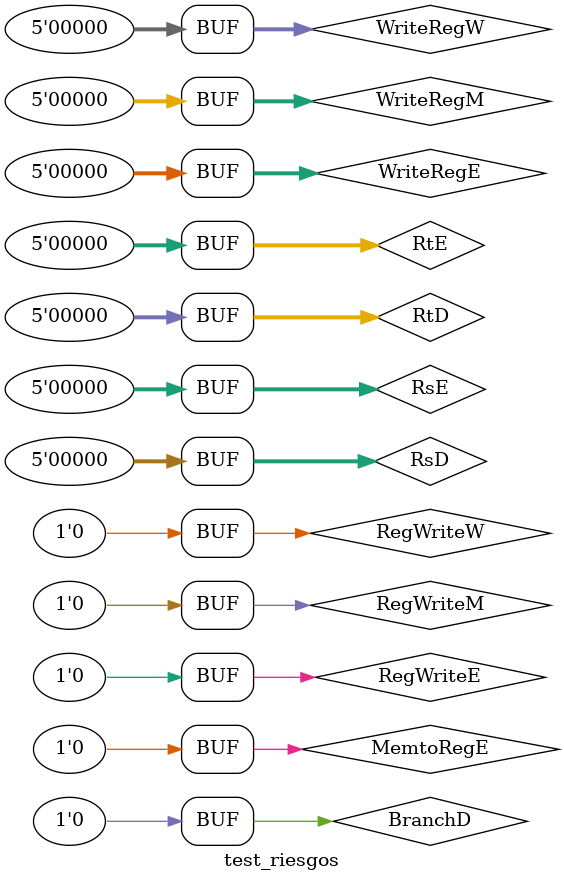
<source format=v>
`timescale 1ns / 1ps


module test_riesgos;

	// Inputs
	reg BranchD;
	reg [4:0] RsD;
	reg [4:0] RtD;
	reg [4:0] RsE;
	reg [4:0] RtE;
	reg [4:0] WriteRegE;
	reg MemtoRegE;
	reg RegWriteE;
	reg [4:0] WriteRegM;
	reg RegWriteM;
	reg [4:0] WriteRegW;
	reg RegWriteW;

	// Outputs
	wire StallF;
	wire StallD;
	wire ForwardAD;
	wire ForwardBD;
	wire FlushE;
	wire [1:0] ForwardAE;
	wire [1:0] ForwardBE;

	// Instantiate the Unit Under Test (UUT)
	unidad_riesgos uut (
		.BranchD(BranchD), 
		.RsD(RsD), 
		.RtD(RtD), 
		.RsE(RsE), 
		.RtE(RtE), 
		.WriteRegE(WriteRegE), 
		.MemtoRegE(MemtoRegE), 
		.RegWriteE(RegWriteE), 
		.WriteRegM(WriteRegM), 
		.RegWriteM(RegWriteM), 
		.WriteRegW(WriteRegW), 
		.RegWriteW(RegWriteW), 
		.StallF(StallF), 
		.StallD(StallD), 
		.ForwardAD(ForwardAD), 
		.ForwardBD(ForwardBD), 
		.FlushE(FlushE), 
		.ForwardAE(ForwardAE), 
		.ForwardBE(ForwardBE)
	);

	initial begin
		// Initialize Inputs
		BranchD = 0;
		RsD = 0;
		RtD = 0;
		RsE = 0;
		RtE = 0;
		WriteRegE = 0;
		MemtoRegE = 1;
		RegWriteE = 0;
		WriteRegM = 0;
		RegWriteM = 0;
		WriteRegW = 0;
		RegWriteW = 0;
		

		// Wait 100 ns for global reset to finish
		#10;
        
		MemtoRegE = 0;  
		
		#10;
		// Add stimulus here

	end
      
endmodule


</source>
